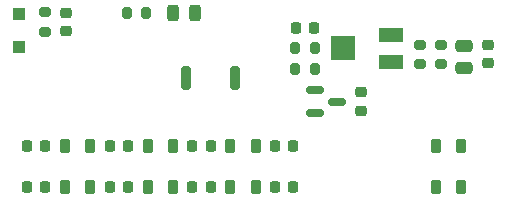
<source format=gbr>
%TF.GenerationSoftware,KiCad,Pcbnew,7.0.9*%
%TF.CreationDate,2024-05-30T14:00:04-07:00*%
%TF.ProjectId,WSPRzero,57535052-7a65-4726-9f2e-6b696361645f,rev?*%
%TF.SameCoordinates,Original*%
%TF.FileFunction,Paste,Top*%
%TF.FilePolarity,Positive*%
%FSLAX46Y46*%
G04 Gerber Fmt 4.6, Leading zero omitted, Abs format (unit mm)*
G04 Created by KiCad (PCBNEW 7.0.9) date 2024-05-30 14:00:04*
%MOMM*%
%LPD*%
G01*
G04 APERTURE LIST*
G04 Aperture macros list*
%AMRoundRect*
0 Rectangle with rounded corners*
0 $1 Rounding radius*
0 $2 $3 $4 $5 $6 $7 $8 $9 X,Y pos of 4 corners*
0 Add a 4 corners polygon primitive as box body*
4,1,4,$2,$3,$4,$5,$6,$7,$8,$9,$2,$3,0*
0 Add four circle primitives for the rounded corners*
1,1,$1+$1,$2,$3*
1,1,$1+$1,$4,$5*
1,1,$1+$1,$6,$7*
1,1,$1+$1,$8,$9*
0 Add four rect primitives between the rounded corners*
20,1,$1+$1,$2,$3,$4,$5,0*
20,1,$1+$1,$4,$5,$6,$7,0*
20,1,$1+$1,$6,$7,$8,$9,0*
20,1,$1+$1,$8,$9,$2,$3,0*%
G04 Aperture macros list end*
%ADD10RoundRect,0.200000X0.200000X0.800000X-0.200000X0.800000X-0.200000X-0.800000X0.200000X-0.800000X0*%
%ADD11RoundRect,0.218750X0.218750X0.381250X-0.218750X0.381250X-0.218750X-0.381250X0.218750X-0.381250X0*%
%ADD12RoundRect,0.200000X0.275000X-0.200000X0.275000X0.200000X-0.275000X0.200000X-0.275000X-0.200000X0*%
%ADD13RoundRect,0.225000X-0.250000X0.225000X-0.250000X-0.225000X0.250000X-0.225000X0.250000X0.225000X0*%
%ADD14RoundRect,0.225000X0.225000X0.250000X-0.225000X0.250000X-0.225000X-0.250000X0.225000X-0.250000X0*%
%ADD15RoundRect,0.200000X-0.200000X-0.275000X0.200000X-0.275000X0.200000X0.275000X-0.200000X0.275000X0*%
%ADD16RoundRect,0.200000X-0.275000X0.200000X-0.275000X-0.200000X0.275000X-0.200000X0.275000X0.200000X0*%
%ADD17RoundRect,0.225000X0.250000X-0.225000X0.250000X0.225000X-0.250000X0.225000X-0.250000X-0.225000X0*%
%ADD18RoundRect,0.150000X-0.587500X-0.150000X0.587500X-0.150000X0.587500X0.150000X-0.587500X0.150000X0*%
%ADD19R,1.100000X1.100000*%
%ADD20R,2.000000X1.300000*%
%ADD21R,2.000000X2.000000*%
%ADD22RoundRect,0.243750X0.243750X0.456250X-0.243750X0.456250X-0.243750X-0.456250X0.243750X-0.456250X0*%
%ADD23RoundRect,0.200000X0.200000X0.275000X-0.200000X0.275000X-0.200000X-0.275000X0.200000X-0.275000X0*%
%ADD24RoundRect,0.250000X-0.475000X0.250000X-0.475000X-0.250000X0.475000X-0.250000X0.475000X0.250000X0*%
G04 APERTURE END LIST*
D10*
%TO.C,SW1*%
X79100000Y-63250000D03*
X74900000Y-63250000D03*
%TD*%
D11*
%TO.C,L12*%
X73812500Y-72500000D03*
X71687500Y-72500000D03*
%TD*%
D12*
%TO.C,R2*%
X94750000Y-62075000D03*
X94750000Y-60425000D03*
%TD*%
D13*
%TO.C,C1*%
X100500000Y-60475000D03*
X100500000Y-62025000D03*
%TD*%
D11*
%TO.C,L16*%
X66812500Y-69000000D03*
X64687500Y-69000000D03*
%TD*%
D13*
%TO.C,C7*%
X89750000Y-64475000D03*
X89750000Y-66025000D03*
%TD*%
D14*
%TO.C,C14*%
X84025000Y-72500000D03*
X82475000Y-72500000D03*
%TD*%
D15*
%TO.C,R6*%
X84175000Y-62500000D03*
X85825000Y-62500000D03*
%TD*%
D11*
%TO.C,L14*%
X80812500Y-69000000D03*
X78687500Y-69000000D03*
%TD*%
D14*
%TO.C,C20*%
X70025000Y-69000000D03*
X68475000Y-69000000D03*
%TD*%
D16*
%TO.C,R1*%
X96500000Y-60425000D03*
X96500000Y-62075000D03*
%TD*%
D17*
%TO.C,C13*%
X64750000Y-59275000D03*
X64750000Y-57725000D03*
%TD*%
D18*
%TO.C,Q1*%
X85812500Y-64300000D03*
X85812500Y-66200000D03*
X87687500Y-65250000D03*
%TD*%
D11*
%TO.C,L11*%
X80812500Y-72500000D03*
X78687500Y-72500000D03*
%TD*%
%TO.C,L13*%
X66812500Y-72500000D03*
X64687500Y-72500000D03*
%TD*%
D19*
%TO.C,D1*%
X60750000Y-57850000D03*
X60750000Y-60650000D03*
%TD*%
D14*
%TO.C,C8*%
X85775000Y-59000000D03*
X84225000Y-59000000D03*
%TD*%
D16*
%TO.C,R7*%
X63000000Y-57675000D03*
X63000000Y-59325000D03*
%TD*%
D20*
%TO.C,R3*%
X92250000Y-61900000D03*
D21*
X88250000Y-60750000D03*
D20*
X92250000Y-59600000D03*
%TD*%
D14*
%TO.C,C21*%
X63025000Y-68999999D03*
X61475000Y-68999999D03*
%TD*%
D22*
%TO.C,LED1*%
X75687500Y-57750000D03*
X73812500Y-57750000D03*
%TD*%
D23*
%TO.C,R5*%
X85825000Y-60750000D03*
X84175000Y-60750000D03*
%TD*%
D11*
%TO.C,L2*%
X98250000Y-72500000D03*
X96125000Y-72500000D03*
%TD*%
D23*
%TO.C,R4*%
X71575000Y-57750000D03*
X69925000Y-57750000D03*
%TD*%
D14*
%TO.C,C17*%
X63025000Y-72500000D03*
X61475000Y-72500000D03*
%TD*%
D24*
%TO.C,C2*%
X98500000Y-60550000D03*
X98500000Y-62450000D03*
%TD*%
D14*
%TO.C,C18*%
X84025000Y-69000000D03*
X82475000Y-69000000D03*
%TD*%
D11*
%TO.C,L3*%
X98250000Y-69000000D03*
X96125000Y-69000000D03*
%TD*%
%TO.C,L15*%
X73812500Y-69000000D03*
X71687500Y-69000000D03*
%TD*%
D14*
%TO.C,C19*%
X77025000Y-68999999D03*
X75475000Y-68999999D03*
%TD*%
%TO.C,C15*%
X77025000Y-72500000D03*
X75475000Y-72500000D03*
%TD*%
%TO.C,C16*%
X70025000Y-72500000D03*
X68475000Y-72500000D03*
%TD*%
M02*

</source>
